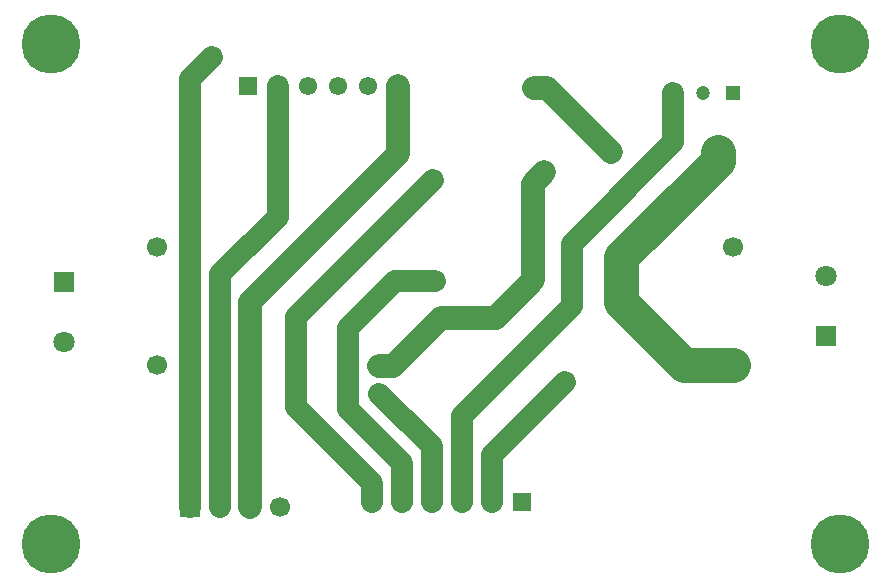
<source format=gbl>
G04*
G04 #@! TF.GenerationSoftware,Altium Limited,Altium Designer,19.1.5 (86)*
G04*
G04 Layer_Physical_Order=2*
G04 Layer_Color=16711680*
%FSLAX25Y25*%
%MOIN*%
G70*
G01*
G75*
%ADD27C,0.04724*%
%ADD28R,0.04724X0.04724*%
%ADD33C,0.07874*%
%ADD34C,0.06740*%
%ADD35C,0.07284*%
%ADD39C,0.19685*%
%ADD40C,0.06102*%
%ADD41R,0.06102X0.06102*%
%ADD42R,0.06693X0.06693*%
%ADD43C,0.06693*%
%ADD44C,0.07087*%
%ADD45R,0.07087X0.07087*%
%ADD46C,0.05000*%
%ADD47C,0.11811*%
D27*
X221693Y165177D02*
D03*
X231693D02*
D03*
D28*
X241693D02*
D03*
D33*
X174921Y134764D02*
X178740Y138583D01*
X174921Y102598D02*
Y134764D01*
X277165Y14567D02*
X277559D01*
X179488Y166850D02*
X200866Y145473D01*
X175394Y166850D02*
X179488D01*
X80709Y27126D02*
Y95473D01*
X129882Y144646D01*
Y167362D01*
X145354Y90158D02*
X162480D01*
X144331D02*
X145354D01*
X128175Y74002D02*
X144331Y90158D01*
X123661Y74002D02*
X128175D01*
X162480Y90158D02*
X174921Y102598D01*
D34*
X274689Y183973D02*
X277165Y181496D01*
D35*
X128898Y102362D02*
X142126D01*
X113189Y86654D02*
X128898Y102362D01*
X95866Y90354D02*
X141732Y136221D01*
X95866Y60551D02*
Y90354D01*
X70709Y27126D02*
Y104646D01*
X89882Y123819D01*
X60709Y169882D02*
X67776Y176949D01*
X60709Y169882D02*
X60709Y27126D01*
X89882Y123819D02*
Y167362D01*
X161142Y44252D02*
X185472Y68583D01*
X161142Y28583D02*
Y44252D01*
X221693Y148661D02*
Y165177D01*
X187874Y114842D02*
X221693Y148661D01*
X187874Y94134D02*
Y114842D01*
X121221Y28583D02*
Y35197D01*
X95866Y60551D02*
X121221Y35197D01*
X131220Y28583D02*
Y41614D01*
X113189Y59646D02*
X131220Y41614D01*
X113189Y59646D02*
Y86654D01*
X123661Y64796D02*
X141220Y47237D01*
Y28583D02*
Y47237D01*
X151221Y57480D02*
X187874Y94134D01*
X151221Y28583D02*
Y57480D01*
D39*
X14173Y181496D02*
D03*
Y14567D02*
D03*
X277165D02*
D03*
Y181496D02*
D03*
D40*
X151221Y28583D02*
D03*
X141220D02*
D03*
X131220D02*
D03*
X121221D02*
D03*
X161221D02*
D03*
X99882Y167362D02*
D03*
X109882D02*
D03*
X119882D02*
D03*
X129882D02*
D03*
X89882D02*
D03*
D41*
X171221Y28583D02*
D03*
X79882Y167362D02*
D03*
D42*
X60709Y27126D02*
D03*
D43*
X70709D02*
D03*
X80709D02*
D03*
X90709D02*
D03*
X241535Y113819D02*
D03*
Y74449D02*
D03*
X49646Y113819D02*
D03*
Y74449D02*
D03*
D44*
X272638Y104134D02*
D03*
X18583Y81929D02*
D03*
D45*
X272638Y84134D02*
D03*
X18583Y101929D02*
D03*
D46*
X142126Y102362D02*
D03*
X229134Y74410D02*
D03*
X236614Y145276D02*
D03*
X141732Y136221D02*
D03*
X178740Y138583D02*
D03*
X67776Y176949D02*
D03*
X185472Y68583D02*
D03*
X200866Y145473D02*
D03*
X123661Y64796D02*
D03*
X145354Y90158D02*
D03*
X123661Y74002D02*
D03*
X175394Y166850D02*
D03*
D47*
X204370Y110276D02*
X230787Y136693D01*
X204370Y95433D02*
Y110276D01*
X236614Y142520D02*
Y145276D01*
X230787Y136693D02*
X236614Y142520D01*
X225354Y74449D02*
X241535D01*
X204370Y95433D02*
X225354Y74449D01*
M02*

</source>
